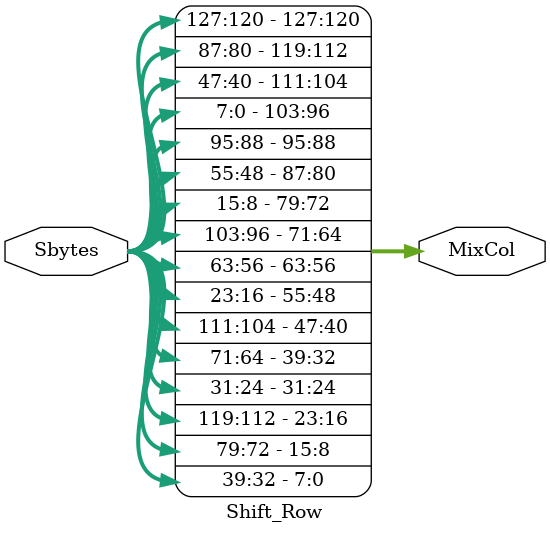
<source format=v>
`timescale 1ns / 1ps


module Shift_Row(
    
    input [127:0] Sbytes,
    output  [127:0] MixCol
    );
    
     
    
    assign {MixCol[127:120] , MixCol[95:88] , MixCol[63:56] , MixCol[31:24]} = {Sbytes[127:120],Sbytes[95:88],Sbytes[63:56],Sbytes[31:24]};  
    assign {MixCol[119:112] , MixCol[87:80] , MixCol[55:48] , MixCol[23:16]} = {Sbytes[87:80],Sbytes[55:48],Sbytes[23:16],Sbytes[119:112]};  
    assign {MixCol[111:104] , MixCol[79:72] , MixCol[47:40] , MixCol[15:8] }  = {Sbytes[47:40],Sbytes[15:8],Sbytes[111:104],Sbytes[79:72]};  
    assign {MixCol[103:96]  , MixCol[71:64] , MixCol[39:32] , MixCol[7:0]  }   = {Sbytes[7:0] ,Sbytes[103:96],Sbytes[71:64],Sbytes[39:32]};
    
    
    
    
    
    
    
    
    
    
    
    
    
endmodule

</source>
